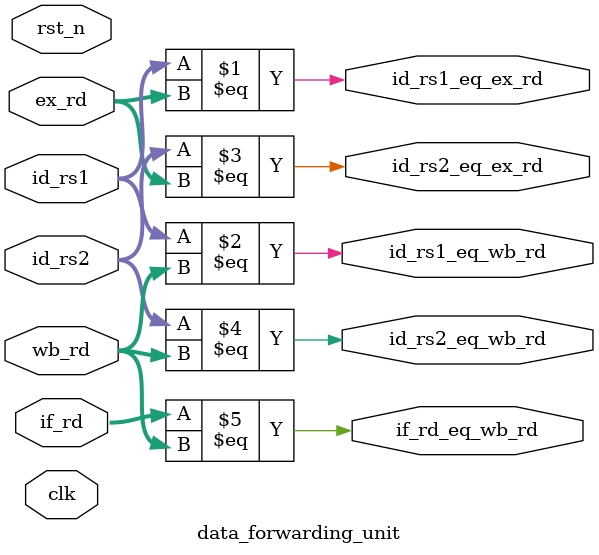
<source format=v>
/*************************************************************
* File Name   : data_forwarding_unit.v
* Design Name : data_forwarding_unit
* Version     : 
* Author      : 
* Date        : 
* Description : Data Forwarding Unit
* Change Log  : 
*************************************************************/

module data_forwarding_unit (
    //----- inputs -----
    input  wire       clk,
    input  wire       rst_n,
    input  wire [3:0] id_rs1,
    input  wire [3:0] id_rs2,
    input  wire [3:0] ex_rd,
    input  wire [3:0] wb_rd,
    input  wire [3:0] if_rd,

    //----- outputs -----
    output wire id_rs1_eq_ex_rd,
    output wire id_rs1_eq_wb_rd,
    output wire id_rs2_eq_ex_rd,
    output wire id_rs2_eq_wb_rd,
    output wire if_rd_eq_wb_rd 
);

    //----- internal signals -----

    //----- assign outputs -----
    assign id_rs1_eq_ex_rd = (id_rs1 == ex_rd);
    assign id_rs1_eq_wb_rd = (id_rs1 == wb_rd);
    assign id_rs2_eq_ex_rd = (id_rs2 == ex_rd);
    assign id_rs2_eq_wb_rd = (id_rs2 == wb_rd);
    assign if_rd_eq_wb_rd  = (if_rd == wb_rd); 

endmodule

</source>
